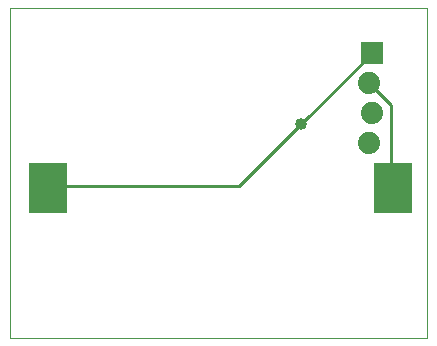
<source format=gbl>
G75*
%MOIN*%
%OFA0B0*%
%FSLAX25Y25*%
%IPPOS*%
%LPD*%
%AMOC8*
5,1,8,0,0,1.08239X$1,22.5*
%
%ADD10C,0.00000*%
%ADD11R,0.13000X0.17000*%
%ADD12R,0.07400X0.07400*%
%ADD13C,0.07400*%
%ADD14C,0.01000*%
%ADD15C,0.04000*%
D10*
X0001000Y0004554D02*
X0001000Y0114515D01*
X0139701Y0114515D01*
X0139701Y0004554D01*
X0001000Y0004554D01*
D11*
X0013500Y0054554D03*
X0128500Y0054554D03*
D12*
X0121500Y0099554D03*
D13*
X0120500Y0089554D03*
X0121500Y0079554D03*
X0120500Y0069554D03*
D14*
X0127700Y0082154D02*
X0127700Y0055154D01*
X0128500Y0054554D01*
X0098000Y0075854D02*
X0077300Y0055154D01*
X0014300Y0055154D01*
X0013500Y0054554D01*
X0098000Y0075854D02*
X0121400Y0099254D01*
X0121500Y0099554D01*
X0120500Y0089554D02*
X0120500Y0089354D01*
X0127700Y0082154D01*
D15*
X0098000Y0075854D03*
M02*

</source>
